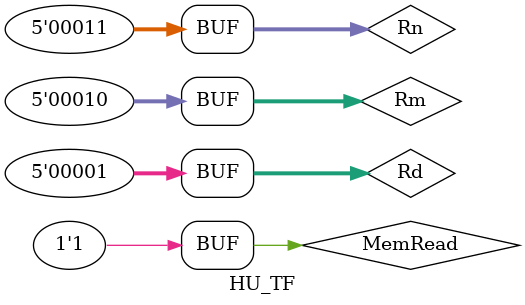
<source format=v>
`timescale 1ns / 1ps


module HU_TF;

	// Inputs
	reg [4:0] Rn;
	reg [4:0] Rm;
	reg [4:0] Rd;
	reg MemRead;

	// Outputs
	wire Stall;

	// Instantiate the Unit Under Test (UUT)
	Hazzard uut (
		.Rn(Rn), 
		.Rm(Rm), 
		.Rd(Rd), 
		.MemRead(MemRead), 
		.Stall(Stall)
	);

	initial begin
		// Initialize Inputs
		Rn = 1;
		Rm = 1;
		Rd = 0;
		MemRead = 0;
		#100;
		
		Rn = 1;
		Rm = 2;
		Rd = 3;
		MemRead = 0;
		#100;
		
		Rn = 0;
		Rm = 0;
		Rd = 0;
		MemRead = 0;
		#100;
		
		
		Rn = 3;
		Rm = 2;
		Rd = 1;
		MemRead = 0;
		#100;
		
		Rn = 1;
		Rm = 1;
		Rd = 0;
		MemRead = 1;
		#100;
		
		Rn = 1;
		Rm = 2;
		Rd = 3;
		MemRead = 1;
		#100;
		
		Rn = 0;
		Rm = 0;
		Rd = 0;
		MemRead = 1;
		#100;
		
		
		Rn = 3;
		Rm = 2;
		Rd = 1;
		MemRead = 1;
		#100;
        
		// Add stimulus here

	end
      
endmodule


</source>
